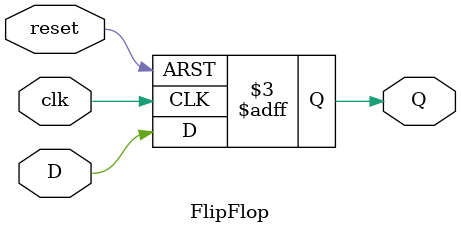
<source format=v>
`timescale 1ns / 1ps
module FlipFlop(
    input D,
    input clk,
    input reset,
    output reg Q    //reg para reservar un FlipFlop
    );
	 
	 always @(posedge clk, posedge reset)	 //a que voy  ser sensible
		begin //abro corchetes
			if(reset == 1)
				begin
					Q <=0;
				end 
			else
				begin
				 Q <= D;  //" tomo la foto"
				end
		end    // cerro corcheytes


endmodule

</source>
